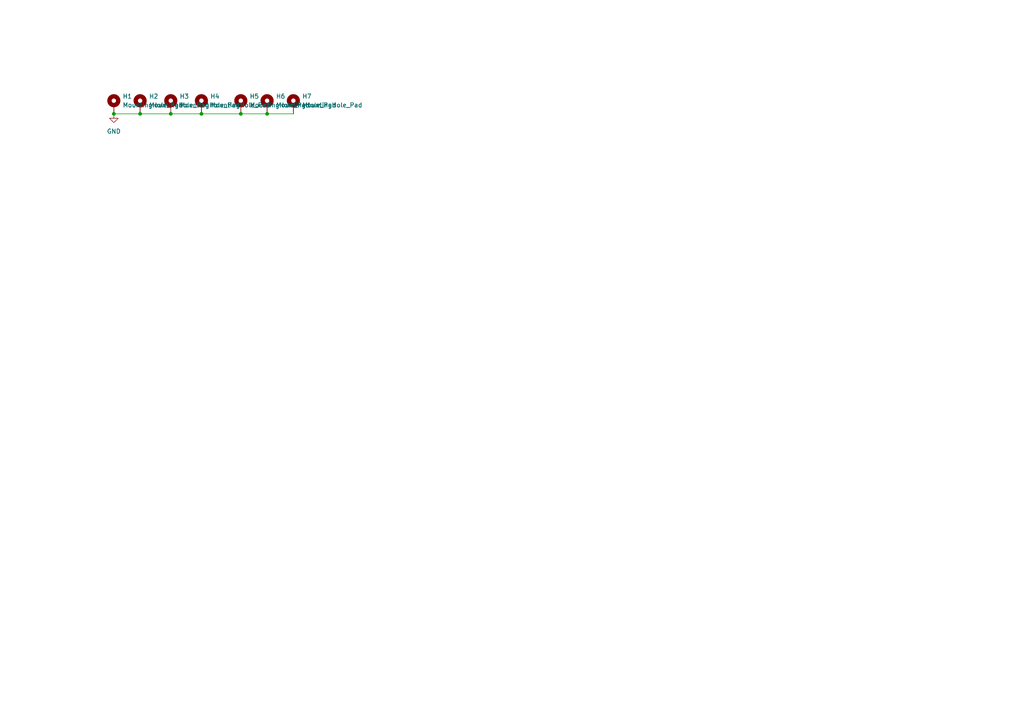
<source format=kicad_sch>
(kicad_sch (version 20231120) (generator "eeschema") (generator_version "8.0")
  (paper "A4")
  (lib_symbols
    (symbol "Mechanical:MountingHole_Pad" (pin_numbers hide) (pin_names (offset 1.016) hide) (exclude_from_sim yes) (in_bom no)
      (property "Reference" "H" (at 0 6.35 0))
      (property "Value" "MountingHole_Pad" (at 0 4.445 0))
      (symbol "MountingHole_Pad_0_1"
        (circle (center 0 1.27) (radius 1.27) (stroke (width 1.27)))
      )
      (symbol "MountingHole_Pad_1_1"
        (pin input line (at 0 -2.54 90) (length 2.54) (name "1") (number "1"))
      )
    )
    (symbol "power:GND" (power) (pin_numbers hide) (pin_names (offset 0) hide)
      (property "Value" "GND" (at 0 -3.81 0))
      (symbol "GND_0_1"
        (polyline (pts (xy 0 0) (xy 0 -1.27) (xy 1.27 -1.27) (xy 0 -2.54) (xy -1.27 -1.27) (xy 0 -1.27)))
      )
      (symbol "GND_1_1"
        (pin power_in line (at 0 0 270) (length 0) (name "~") (number "1"))
      )
    )
  )
  (junction (at 69.85 33.02))
  (junction (at 40.64 33.02))
  (junction (at 77.47 33.02))
  (junction (at 49.53 33.02))
  (junction (at 33.02 33.02))
  (junction (at 58.42 33.02))
  (wire (pts (xy 69.85 33.02) (xy 77.47 33.02)))
  (wire (pts (xy 33.02 33.02) (xy 40.64 33.02)))
  (wire (pts (xy 49.53 33.02) (xy 58.42 33.02)))
  (wire (pts (xy 40.64 33.02) (xy 49.53 33.02)))
  (wire (pts (xy 77.47 33.02) (xy 85.09 33.02)))
  (wire (pts (xy 58.42 33.02) (xy 69.85 33.02)))
  (symbol (lib_id "Mechanical:MountingHole_Pad") (at 77.47 30.48 0) (unit 1) (exclude_from_sim yes) (in_bom no)
    (property "Reference" "H6" (at 80.01 27.9399 0) (effects (justify left)))
    (property "Value" "MountingHole_Pad" (at 80.01 30.4799 0) (effects (justify left)))
    (property "Footprint" "MountingHole:MountingHole_2.2mm_M2_DIN965_Pad" (effects (hide yes)))
    (property "Description" "Mounting Hole with connection" (effects (hide yes)))
  )
  (symbol (lib_id "Mechanical:MountingHole_Pad") (at 85.09 30.48 0) (unit 1) (exclude_from_sim yes) (in_bom no)
    (property "Reference" "H7" (at 87.63 27.9399 0) (effects (justify left)))
    (property "Value" "MountingHole_Pad" (at 87.63 30.4799 0) (effects (justify left)))
    (property "Footprint" "MountingHole:MountingHole_2.2mm_M2_DIN965_Pad" (effects (hide yes)))
    (property "Description" "Mounting Hole with connection" (effects (hide yes)))
  )
  (symbol (lib_id "Mechanical:MountingHole_Pad") (at 40.64 30.48 0) (unit 1) (exclude_from_sim yes) (in_bom no)
    (property "Reference" "H2" (at 43.18 27.9399 0) (effects (justify left)))
    (property "Value" "MountingHole_Pad" (at 43.18 30.4799 0) (effects (justify left)))
    (property "Footprint" "MountingHole:MountingHole_2.2mm_M2_DIN965_Pad" (effects (hide yes)))
    (property "Description" "Mounting Hole with connection" (effects (hide yes)))
  )
  (symbol (lib_id "power:GND") (at 33.02 33.02 0) (unit 1)
    (property "Reference" "#PWR01" (effects (hide yes)))
    (property "Value" "GND" (at 33.02 38.1 0))
    (property "Description" "Power symbol creates a global label with name \"GND\" , ground" (effects (hide yes)))
  )
  (symbol (lib_id "Mechanical:MountingHole_Pad") (at 33.02 30.48 0) (unit 1) (exclude_from_sim yes) (in_bom no)
    (property "Reference" "H1" (at 35.56 27.9399 0) (effects (justify left)))
    (property "Value" "MountingHole_Pad" (at 35.56 30.4799 0) (effects (justify left)))
    (property "Footprint" "MountingHole:MountingHole_2.2mm_M2_DIN965_Pad" (effects (hide yes)))
    (property "Description" "Mounting Hole with connection" (effects (hide yes)))
  )
  (symbol (lib_id "Mechanical:MountingHole_Pad") (at 49.53 30.48 0) (unit 1) (exclude_from_sim yes) (in_bom no)
    (property "Reference" "H3" (at 52.07 27.9399 0) (effects (justify left)))
    (property "Value" "MountingHole_Pad" (at 52.07 30.4799 0) (effects (justify left)))
    (property "Footprint" "MountingHole:MountingHole_2.2mm_M2_DIN965_Pad" (effects (hide yes)))
    (property "Description" "Mounting Hole with connection" (effects (hide yes)))
  )
  (symbol (lib_id "Mechanical:MountingHole_Pad") (at 58.42 30.48 0) (unit 1) (exclude_from_sim yes) (in_bom no)
    (property "Reference" "H4" (at 60.96 27.9399 0) (effects (justify left)))
    (property "Value" "MountingHole_Pad" (at 60.96 30.4799 0) (effects (justify left)))
    (property "Footprint" "MountingHole:MountingHole_2.2mm_M2_DIN965_Pad" (effects (hide yes)))
    (property "Description" "Mounting Hole with connection" (effects (hide yes)))
  )
  (symbol (lib_id "Mechanical:MountingHole_Pad") (at 69.85 30.48 0) (unit 1) (exclude_from_sim yes) (in_bom no)
    (property "Reference" "H5" (at 72.39 27.9399 0) (effects (justify left)))
    (property "Value" "MountingHole_Pad" (at 72.39 30.4799 0) (effects (justify left)))
    (property "Footprint" "MountingHole:MountingHole_2.2mm_M2_DIN965_Pad" (effects (hide yes)))
    (property "Description" "Mounting Hole with connection" (effects (hide yes)))
  )
)
</source>
